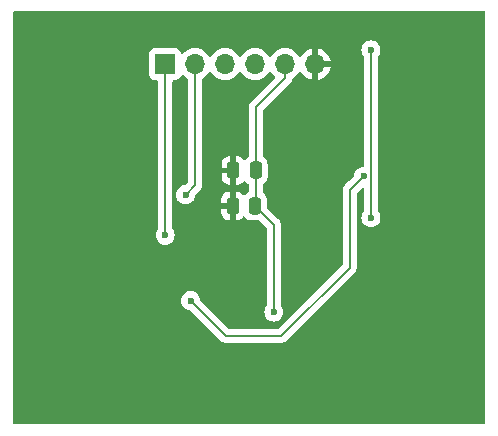
<source format=gbr>
%TF.GenerationSoftware,KiCad,Pcbnew,8.0.8*%
%TF.CreationDate,2025-02-07T12:49:18+01:00*%
%TF.ProjectId,PGE_GPS_PCB,5047455f-4750-4535-9f50-43422e6b6963,rev?*%
%TF.SameCoordinates,Original*%
%TF.FileFunction,Copper,L2,Bot*%
%TF.FilePolarity,Positive*%
%FSLAX46Y46*%
G04 Gerber Fmt 4.6, Leading zero omitted, Abs format (unit mm)*
G04 Created by KiCad (PCBNEW 8.0.8) date 2025-02-07 12:49:18*
%MOMM*%
%LPD*%
G01*
G04 APERTURE LIST*
G04 Aperture macros list*
%AMRoundRect*
0 Rectangle with rounded corners*
0 $1 Rounding radius*
0 $2 $3 $4 $5 $6 $7 $8 $9 X,Y pos of 4 corners*
0 Add a 4 corners polygon primitive as box body*
4,1,4,$2,$3,$4,$5,$6,$7,$8,$9,$2,$3,0*
0 Add four circle primitives for the rounded corners*
1,1,$1+$1,$2,$3*
1,1,$1+$1,$4,$5*
1,1,$1+$1,$6,$7*
1,1,$1+$1,$8,$9*
0 Add four rect primitives between the rounded corners*
20,1,$1+$1,$2,$3,$4,$5,0*
20,1,$1+$1,$4,$5,$6,$7,0*
20,1,$1+$1,$6,$7,$8,$9,0*
20,1,$1+$1,$8,$9,$2,$3,0*%
G04 Aperture macros list end*
%TA.AperFunction,ComponentPad*%
%ADD10R,1.700000X1.700000*%
%TD*%
%TA.AperFunction,ComponentPad*%
%ADD11O,1.700000X1.700000*%
%TD*%
%TA.AperFunction,SMDPad,CuDef*%
%ADD12RoundRect,0.250000X0.250000X0.475000X-0.250000X0.475000X-0.250000X-0.475000X0.250000X-0.475000X0*%
%TD*%
%TA.AperFunction,ViaPad*%
%ADD13C,0.600000*%
%TD*%
%TA.AperFunction,Conductor*%
%ADD14C,0.200000*%
%TD*%
G04 APERTURE END LIST*
D10*
%TO.P,J3,1,Pin_1*%
%TO.N,GPS_reset*%
X142380000Y-69000000D03*
D11*
%TO.P,J3,2,Pin_2*%
%TO.N,standby*%
X144920000Y-69000000D03*
%TO.P,J3,3,Pin_3*%
%TO.N,GPS_RX*%
X147460000Y-69000000D03*
%TO.P,J3,4,Pin_4*%
%TO.N,GPS_TX*%
X150000000Y-69000000D03*
%TO.P,J3,5,Pin_5*%
%TO.N,VDD_3.3V*%
X152540000Y-69000000D03*
%TO.P,J3,6,Pin_6*%
%TO.N,GND*%
X155080000Y-69000000D03*
%TD*%
D12*
%TO.P,C7,1*%
%TO.N,VDD_3.3V*%
X150000000Y-81000000D03*
%TO.P,C7,2*%
%TO.N,GND*%
X148100000Y-81000000D03*
%TD*%
%TO.P,C4,1*%
%TO.N,VDD_3.3V*%
X150050000Y-78000000D03*
%TO.P,C4,2*%
%TO.N,GND*%
X148150000Y-78000000D03*
%TD*%
D13*
%TO.N,VCC_RF*%
X144531100Y-89027700D03*
X159186200Y-78478400D03*
%TO.N,VDD_3.3V*%
X151582000Y-90000000D03*
%TO.N,RF_IN*%
X159800500Y-82000000D03*
X159800500Y-67786700D03*
%TO.N,standby*%
X144104365Y-80055636D03*
%TO.N,GPS_reset*%
X142380000Y-83490400D03*
%TD*%
D14*
%TO.N,VCC_RF*%
X159186200Y-78478400D02*
X158000000Y-79664600D01*
X147503400Y-92000000D02*
X144531100Y-89027700D01*
X158000000Y-79664600D02*
X158000000Y-86215800D01*
X152215800Y-92000000D02*
X147503400Y-92000000D01*
X158000000Y-86215800D02*
X152215800Y-92000000D01*
%TO.N,GND*%
X148100000Y-78050000D02*
X148150000Y-78000000D01*
X148100000Y-81000000D02*
X148100000Y-78050000D01*
%TO.N,VDD_3.3V*%
X151582000Y-82582000D02*
X150000000Y-81000000D01*
X151582000Y-90000000D02*
X151582000Y-82582000D01*
X150050000Y-80950000D02*
X150050000Y-78000000D01*
X150050000Y-78000000D02*
X150050000Y-72641700D01*
X152540000Y-69000000D02*
X152540000Y-70151700D01*
X150050000Y-72641700D02*
X152540000Y-70151700D01*
X150000000Y-81000000D02*
X150050000Y-80950000D01*
%TO.N,RF_IN*%
X159800500Y-82000000D02*
X159836200Y-81964300D01*
X159836200Y-81964300D02*
X159836200Y-67822400D01*
X159836200Y-67822400D02*
X159800500Y-67786700D01*
%TO.N,standby*%
X144104365Y-80055636D02*
X144920000Y-79240001D01*
X144920000Y-79240001D02*
X144920000Y-69000000D01*
%TO.N,GPS_reset*%
X142380000Y-69000000D02*
X142380000Y-83490400D01*
%TD*%
%TA.AperFunction,Conductor*%
%TO.N,GND*%
G36*
X169442539Y-64520185D02*
G01*
X169488294Y-64572989D01*
X169499500Y-64624500D01*
X169499500Y-99375500D01*
X169479815Y-99442539D01*
X169427011Y-99488294D01*
X169375500Y-99499500D01*
X129624500Y-99499500D01*
X129557461Y-99479815D01*
X129511706Y-99427011D01*
X129500500Y-99375500D01*
X129500500Y-89027696D01*
X143725535Y-89027696D01*
X143725535Y-89027703D01*
X143745730Y-89206949D01*
X143745731Y-89206954D01*
X143805311Y-89377223D01*
X143881034Y-89497734D01*
X143901284Y-89529962D01*
X144028838Y-89657516D01*
X144181578Y-89753489D01*
X144351845Y-89813068D01*
X144438769Y-89822861D01*
X144503180Y-89849926D01*
X144512565Y-89858400D01*
X147018539Y-92364374D01*
X147018549Y-92364385D01*
X147022879Y-92368715D01*
X147022880Y-92368716D01*
X147134684Y-92480520D01*
X147221495Y-92530639D01*
X147221497Y-92530641D01*
X147259551Y-92552611D01*
X147271615Y-92559577D01*
X147424343Y-92600501D01*
X147424346Y-92600501D01*
X147590053Y-92600501D01*
X147590069Y-92600500D01*
X152129131Y-92600500D01*
X152129147Y-92600501D01*
X152136743Y-92600501D01*
X152294854Y-92600501D01*
X152294857Y-92600501D01*
X152447585Y-92559577D01*
X152497704Y-92530639D01*
X152584516Y-92480520D01*
X152696320Y-92368716D01*
X152696320Y-92368714D01*
X152706528Y-92358507D01*
X152706530Y-92358504D01*
X158368713Y-86696321D01*
X158368716Y-86696320D01*
X158480520Y-86584516D01*
X158530639Y-86497704D01*
X158559577Y-86447585D01*
X158600500Y-86294857D01*
X158600500Y-86136743D01*
X158600500Y-79964696D01*
X158620185Y-79897657D01*
X158636815Y-79877019D01*
X159024019Y-79489814D01*
X159085342Y-79456330D01*
X159155034Y-79461314D01*
X159210967Y-79503186D01*
X159235384Y-79568650D01*
X159235700Y-79577496D01*
X159235700Y-81381360D01*
X159216015Y-81448399D01*
X159199381Y-81469041D01*
X159170684Y-81497737D01*
X159074711Y-81650476D01*
X159015131Y-81820745D01*
X159015130Y-81820750D01*
X158994935Y-81999996D01*
X158994935Y-82000003D01*
X159015130Y-82179249D01*
X159015131Y-82179254D01*
X159074711Y-82349523D01*
X159075145Y-82350213D01*
X159170684Y-82502262D01*
X159298238Y-82629816D01*
X159450978Y-82725789D01*
X159621245Y-82785368D01*
X159621250Y-82785369D01*
X159800496Y-82805565D01*
X159800500Y-82805565D01*
X159800504Y-82805565D01*
X159979749Y-82785369D01*
X159979752Y-82785368D01*
X159979755Y-82785368D01*
X160150022Y-82725789D01*
X160302762Y-82629816D01*
X160430316Y-82502262D01*
X160526289Y-82349522D01*
X160585868Y-82179255D01*
X160585869Y-82179249D01*
X160606065Y-82000003D01*
X160606065Y-81999996D01*
X160585869Y-81820750D01*
X160585868Y-81820745D01*
X160526288Y-81650476D01*
X160455706Y-81538145D01*
X160436700Y-81472173D01*
X160436700Y-68314525D01*
X160455707Y-68248552D01*
X160526288Y-68136224D01*
X160534789Y-68111930D01*
X160585868Y-67965955D01*
X160586326Y-67961891D01*
X160606065Y-67786703D01*
X160606065Y-67786696D01*
X160585869Y-67607450D01*
X160585868Y-67607445D01*
X160526288Y-67437176D01*
X160430315Y-67284437D01*
X160302762Y-67156884D01*
X160150023Y-67060911D01*
X159979754Y-67001331D01*
X159979749Y-67001330D01*
X159800504Y-66981135D01*
X159800496Y-66981135D01*
X159621250Y-67001330D01*
X159621245Y-67001331D01*
X159450976Y-67060911D01*
X159298237Y-67156884D01*
X159170684Y-67284437D01*
X159074711Y-67437176D01*
X159015131Y-67607445D01*
X159015130Y-67607450D01*
X158994935Y-67786696D01*
X158994935Y-67786703D01*
X159015130Y-67965949D01*
X159015131Y-67965954D01*
X159074711Y-68136223D01*
X159170684Y-68288962D01*
X159199381Y-68317659D01*
X159232866Y-68378982D01*
X159235700Y-68405340D01*
X159235700Y-77556444D01*
X159216015Y-77623483D01*
X159163211Y-77669238D01*
X159125584Y-77679664D01*
X159006949Y-77693030D01*
X159006945Y-77693031D01*
X158836676Y-77752611D01*
X158683937Y-77848584D01*
X158556384Y-77976137D01*
X158460410Y-78128878D01*
X158400830Y-78299150D01*
X158391037Y-78386068D01*
X158363970Y-78450482D01*
X158355498Y-78459865D01*
X157932968Y-78882396D01*
X157631286Y-79184078D01*
X157631284Y-79184080D01*
X157600859Y-79214505D01*
X157519481Y-79295882D01*
X157519480Y-79295884D01*
X157506101Y-79319058D01*
X157499873Y-79329846D01*
X157444462Y-79425820D01*
X157440423Y-79432815D01*
X157399499Y-79585543D01*
X157399499Y-79585545D01*
X157399499Y-79753646D01*
X157399500Y-79753659D01*
X157399500Y-85915703D01*
X157379815Y-85982742D01*
X157363181Y-86003384D01*
X152003384Y-91363181D01*
X151942061Y-91396666D01*
X151915703Y-91399500D01*
X147803497Y-91399500D01*
X147736458Y-91379815D01*
X147715816Y-91363181D01*
X145361800Y-89009165D01*
X145328315Y-88947842D01*
X145326263Y-88935386D01*
X145316468Y-88848445D01*
X145256889Y-88678178D01*
X145160916Y-88525438D01*
X145033362Y-88397884D01*
X144880623Y-88301911D01*
X144710354Y-88242331D01*
X144710349Y-88242330D01*
X144531104Y-88222135D01*
X144531096Y-88222135D01*
X144351850Y-88242330D01*
X144351845Y-88242331D01*
X144181576Y-88301911D01*
X144028837Y-88397884D01*
X143901284Y-88525437D01*
X143805311Y-88678176D01*
X143745731Y-88848445D01*
X143745730Y-88848450D01*
X143725535Y-89027696D01*
X129500500Y-89027696D01*
X129500500Y-68102135D01*
X141029500Y-68102135D01*
X141029500Y-69897870D01*
X141029501Y-69897876D01*
X141035908Y-69957483D01*
X141086202Y-70092328D01*
X141086206Y-70092335D01*
X141172452Y-70207544D01*
X141172455Y-70207547D01*
X141287664Y-70293793D01*
X141287671Y-70293797D01*
X141332618Y-70310561D01*
X141422517Y-70344091D01*
X141482127Y-70350500D01*
X141655500Y-70350499D01*
X141722539Y-70370183D01*
X141768294Y-70422987D01*
X141779500Y-70474499D01*
X141779500Y-82907987D01*
X141759815Y-82975026D01*
X141752450Y-82985296D01*
X141750186Y-82988134D01*
X141654211Y-83140876D01*
X141594631Y-83311145D01*
X141594630Y-83311150D01*
X141574435Y-83490396D01*
X141574435Y-83490403D01*
X141594630Y-83669649D01*
X141594631Y-83669654D01*
X141654211Y-83839923D01*
X141750184Y-83992662D01*
X141877738Y-84120216D01*
X142030478Y-84216189D01*
X142200745Y-84275768D01*
X142200750Y-84275769D01*
X142379996Y-84295965D01*
X142380000Y-84295965D01*
X142380004Y-84295965D01*
X142559249Y-84275769D01*
X142559252Y-84275768D01*
X142559255Y-84275768D01*
X142729522Y-84216189D01*
X142882262Y-84120216D01*
X143009816Y-83992662D01*
X143105789Y-83839922D01*
X143165368Y-83669655D01*
X143185565Y-83490400D01*
X143165368Y-83311145D01*
X143105789Y-83140878D01*
X143009816Y-82988138D01*
X143009814Y-82988136D01*
X143009813Y-82988134D01*
X143007550Y-82985296D01*
X143006659Y-82983115D01*
X143006111Y-82982242D01*
X143006264Y-82982145D01*
X142981144Y-82920609D01*
X142980500Y-82907987D01*
X142980500Y-81524986D01*
X147100001Y-81524986D01*
X147110494Y-81627697D01*
X147165641Y-81794119D01*
X147165643Y-81794124D01*
X147257684Y-81943345D01*
X147381654Y-82067315D01*
X147530875Y-82159356D01*
X147530880Y-82159358D01*
X147697302Y-82214505D01*
X147697309Y-82214506D01*
X147800019Y-82224999D01*
X147849999Y-82224998D01*
X147850000Y-82224998D01*
X147850000Y-81250000D01*
X147100001Y-81250000D01*
X147100001Y-81524986D01*
X142980500Y-81524986D01*
X142980500Y-70474499D01*
X143000185Y-70407460D01*
X143052989Y-70361705D01*
X143104500Y-70350499D01*
X143277871Y-70350499D01*
X143277872Y-70350499D01*
X143337483Y-70344091D01*
X143472331Y-70293796D01*
X143587546Y-70207546D01*
X143673796Y-70092331D01*
X143722810Y-69960916D01*
X143764681Y-69904984D01*
X143830145Y-69880566D01*
X143898418Y-69895417D01*
X143926673Y-69916569D01*
X144048599Y-70038495D01*
X144128218Y-70094245D01*
X144242165Y-70174032D01*
X144242167Y-70174033D01*
X144242170Y-70174035D01*
X144247898Y-70176706D01*
X144300339Y-70222872D01*
X144319500Y-70289090D01*
X144319500Y-78939903D01*
X144299815Y-79006942D01*
X144283181Y-79027584D01*
X144085830Y-79224934D01*
X144024507Y-79258419D01*
X144012033Y-79260473D01*
X143925115Y-79270266D01*
X143754843Y-79329846D01*
X143602102Y-79425820D01*
X143474549Y-79553373D01*
X143378576Y-79706112D01*
X143318996Y-79876381D01*
X143318995Y-79876386D01*
X143298800Y-80055632D01*
X143298800Y-80055639D01*
X143318995Y-80234885D01*
X143318996Y-80234890D01*
X143378576Y-80405159D01*
X143422459Y-80474998D01*
X143474549Y-80557898D01*
X143602103Y-80685452D01*
X143754843Y-80781425D01*
X143925110Y-80841004D01*
X143925115Y-80841005D01*
X144104361Y-80861201D01*
X144104365Y-80861201D01*
X144104369Y-80861201D01*
X144283614Y-80841005D01*
X144283617Y-80841004D01*
X144283620Y-80841004D01*
X144453887Y-80781425D01*
X144606627Y-80685452D01*
X144734181Y-80557898D01*
X144786261Y-80475013D01*
X147100000Y-80475013D01*
X147100000Y-80750000D01*
X147850000Y-80750000D01*
X147850000Y-79775000D01*
X147849999Y-79774999D01*
X147800029Y-79775000D01*
X147800011Y-79775001D01*
X147697302Y-79785494D01*
X147530880Y-79840641D01*
X147530875Y-79840643D01*
X147381654Y-79932684D01*
X147257684Y-80056654D01*
X147165643Y-80205875D01*
X147165641Y-80205880D01*
X147110494Y-80372302D01*
X147110493Y-80372309D01*
X147100000Y-80475013D01*
X144786261Y-80475013D01*
X144830154Y-80405158D01*
X144889733Y-80234891D01*
X144899526Y-80147965D01*
X144926591Y-80083554D01*
X144935055Y-80074179D01*
X145278506Y-79730729D01*
X145278511Y-79730725D01*
X145288714Y-79720521D01*
X145288716Y-79720521D01*
X145400520Y-79608717D01*
X145453846Y-79516353D01*
X145479577Y-79471786D01*
X145520500Y-79319058D01*
X145520500Y-79160944D01*
X145520500Y-78524986D01*
X147150001Y-78524986D01*
X147160494Y-78627697D01*
X147215641Y-78794119D01*
X147215643Y-78794124D01*
X147307684Y-78943345D01*
X147431654Y-79067315D01*
X147580875Y-79159356D01*
X147580880Y-79159358D01*
X147747302Y-79214505D01*
X147747309Y-79214506D01*
X147850019Y-79224999D01*
X147899999Y-79224998D01*
X147900000Y-79224998D01*
X147900000Y-78250000D01*
X147150001Y-78250000D01*
X147150001Y-78524986D01*
X145520500Y-78524986D01*
X145520500Y-77475013D01*
X147150000Y-77475013D01*
X147150000Y-77750000D01*
X147900000Y-77750000D01*
X147900000Y-76775000D01*
X147899999Y-76774999D01*
X147850029Y-76775000D01*
X147850011Y-76775001D01*
X147747302Y-76785494D01*
X147580880Y-76840641D01*
X147580875Y-76840643D01*
X147431654Y-76932684D01*
X147307684Y-77056654D01*
X147215643Y-77205875D01*
X147215641Y-77205880D01*
X147160494Y-77372302D01*
X147160493Y-77372309D01*
X147150000Y-77475013D01*
X145520500Y-77475013D01*
X145520500Y-70289090D01*
X145540185Y-70222051D01*
X145592101Y-70176706D01*
X145597830Y-70174035D01*
X145791401Y-70038495D01*
X145958495Y-69871401D01*
X146088425Y-69685842D01*
X146143002Y-69642217D01*
X146212500Y-69635023D01*
X146274855Y-69666546D01*
X146291575Y-69685842D01*
X146421281Y-69871082D01*
X146421505Y-69871401D01*
X146588599Y-70038495D01*
X146668218Y-70094245D01*
X146782165Y-70174032D01*
X146782167Y-70174033D01*
X146782170Y-70174035D01*
X146996337Y-70273903D01*
X147224592Y-70335063D01*
X147401034Y-70350500D01*
X147459999Y-70355659D01*
X147460000Y-70355659D01*
X147460001Y-70355659D01*
X147518966Y-70350500D01*
X147695408Y-70335063D01*
X147923663Y-70273903D01*
X148137830Y-70174035D01*
X148331401Y-70038495D01*
X148498495Y-69871401D01*
X148628425Y-69685842D01*
X148683002Y-69642217D01*
X148752500Y-69635023D01*
X148814855Y-69666546D01*
X148831575Y-69685842D01*
X148961281Y-69871082D01*
X148961505Y-69871401D01*
X149128599Y-70038495D01*
X149208218Y-70094245D01*
X149322165Y-70174032D01*
X149322167Y-70174033D01*
X149322170Y-70174035D01*
X149536337Y-70273903D01*
X149764592Y-70335063D01*
X149941034Y-70350500D01*
X149999999Y-70355659D01*
X150000000Y-70355659D01*
X150000001Y-70355659D01*
X150058966Y-70350500D01*
X150235408Y-70335063D01*
X150463663Y-70273903D01*
X150677830Y-70174035D01*
X150871401Y-70038495D01*
X151038495Y-69871401D01*
X151168425Y-69685842D01*
X151223002Y-69642217D01*
X151292500Y-69635023D01*
X151354855Y-69666546D01*
X151371575Y-69685842D01*
X151501501Y-69871396D01*
X151501506Y-69871402D01*
X151648602Y-70018498D01*
X151682087Y-70079821D01*
X151677103Y-70149513D01*
X151648602Y-70193860D01*
X149681286Y-72161178D01*
X149569481Y-72272982D01*
X149569479Y-72272985D01*
X149519361Y-72359794D01*
X149519359Y-72359796D01*
X149490425Y-72409909D01*
X149490424Y-72409910D01*
X149490423Y-72409915D01*
X149449499Y-72562643D01*
X149449499Y-72562645D01*
X149449499Y-72730746D01*
X149449500Y-72730759D01*
X149449500Y-76790201D01*
X149429815Y-76857240D01*
X149390598Y-76895739D01*
X149331344Y-76932287D01*
X149207288Y-77056343D01*
X149207283Y-77056349D01*
X149205241Y-77059661D01*
X149203247Y-77061453D01*
X149202807Y-77062011D01*
X149202711Y-77061935D01*
X149153291Y-77106383D01*
X149084328Y-77117602D01*
X149020247Y-77089755D01*
X148994168Y-77059656D01*
X148992319Y-77056659D01*
X148992316Y-77056655D01*
X148868345Y-76932684D01*
X148719124Y-76840643D01*
X148719119Y-76840641D01*
X148552697Y-76785494D01*
X148552690Y-76785493D01*
X148449986Y-76775000D01*
X148400000Y-76775000D01*
X148400000Y-79224999D01*
X148449972Y-79224999D01*
X148449986Y-79224998D01*
X148552697Y-79214505D01*
X148719119Y-79159358D01*
X148719124Y-79159356D01*
X148868345Y-79067315D01*
X148992318Y-78943342D01*
X148994165Y-78940348D01*
X148995969Y-78938724D01*
X148996798Y-78937677D01*
X148996976Y-78937818D01*
X149046110Y-78893621D01*
X149115073Y-78882396D01*
X149179156Y-78910236D01*
X149205243Y-78940341D01*
X149207288Y-78943656D01*
X149331344Y-79067712D01*
X149390596Y-79104258D01*
X149437321Y-79156204D01*
X149449500Y-79209797D01*
X149449500Y-79759362D01*
X149429815Y-79826401D01*
X149390598Y-79864899D01*
X149337490Y-79897657D01*
X149281342Y-79932289D01*
X149157288Y-80056343D01*
X149157283Y-80056349D01*
X149155241Y-80059661D01*
X149153247Y-80061453D01*
X149152807Y-80062011D01*
X149152711Y-80061935D01*
X149103291Y-80106383D01*
X149034328Y-80117602D01*
X148970247Y-80089755D01*
X148944168Y-80059656D01*
X148942319Y-80056659D01*
X148942316Y-80056655D01*
X148818345Y-79932684D01*
X148669124Y-79840643D01*
X148669119Y-79840641D01*
X148502697Y-79785494D01*
X148502690Y-79785493D01*
X148399986Y-79775000D01*
X148350000Y-79775000D01*
X148350000Y-82224999D01*
X148399972Y-82224999D01*
X148399986Y-82224998D01*
X148502697Y-82214505D01*
X148669119Y-82159358D01*
X148669124Y-82159356D01*
X148818345Y-82067315D01*
X148942318Y-81943342D01*
X148944165Y-81940348D01*
X148945969Y-81938724D01*
X148946798Y-81937677D01*
X148946976Y-81937818D01*
X148996110Y-81893621D01*
X149065073Y-81882396D01*
X149129156Y-81910236D01*
X149155243Y-81940341D01*
X149157288Y-81943656D01*
X149281344Y-82067712D01*
X149430666Y-82159814D01*
X149597203Y-82214999D01*
X149699991Y-82225500D01*
X150300008Y-82225499D01*
X150310576Y-82224419D01*
X150379268Y-82237187D01*
X150410861Y-82260096D01*
X150945181Y-82794416D01*
X150978666Y-82855739D01*
X150981500Y-82882097D01*
X150981500Y-89417587D01*
X150961815Y-89484626D01*
X150954450Y-89494896D01*
X150952186Y-89497734D01*
X150856211Y-89650476D01*
X150796631Y-89820745D01*
X150796630Y-89820750D01*
X150776435Y-89999996D01*
X150776435Y-90000003D01*
X150796630Y-90179249D01*
X150796631Y-90179254D01*
X150856211Y-90349523D01*
X150952184Y-90502262D01*
X151079738Y-90629816D01*
X151232478Y-90725789D01*
X151402745Y-90785368D01*
X151402750Y-90785369D01*
X151581996Y-90805565D01*
X151582000Y-90805565D01*
X151582004Y-90805565D01*
X151761249Y-90785369D01*
X151761252Y-90785368D01*
X151761255Y-90785368D01*
X151931522Y-90725789D01*
X152084262Y-90629816D01*
X152211816Y-90502262D01*
X152307789Y-90349522D01*
X152367368Y-90179255D01*
X152387565Y-90000000D01*
X152367606Y-89822860D01*
X152367369Y-89820750D01*
X152367368Y-89820745D01*
X152343834Y-89753489D01*
X152307789Y-89650478D01*
X152211816Y-89497738D01*
X152211814Y-89497736D01*
X152211813Y-89497734D01*
X152209550Y-89494896D01*
X152208659Y-89492715D01*
X152208111Y-89491842D01*
X152208264Y-89491745D01*
X152183144Y-89430209D01*
X152182500Y-89417587D01*
X152182500Y-82671059D01*
X152182501Y-82671046D01*
X152182501Y-82502945D01*
X152182501Y-82502943D01*
X152141577Y-82350215D01*
X152073201Y-82231785D01*
X152073200Y-82231782D01*
X152062522Y-82213286D01*
X152062518Y-82213281D01*
X151946397Y-82097160D01*
X151946374Y-82097139D01*
X151036818Y-81187583D01*
X151003333Y-81126260D01*
X151000499Y-81099902D01*
X151000499Y-80474998D01*
X151000498Y-80474981D01*
X150989999Y-80372203D01*
X150989998Y-80372200D01*
X150944498Y-80234891D01*
X150934814Y-80205666D01*
X150842712Y-80056344D01*
X150718656Y-79932288D01*
X150718655Y-79932287D01*
X150709402Y-79926580D01*
X150662678Y-79874632D01*
X150650500Y-79821042D01*
X150650500Y-79209797D01*
X150670185Y-79142758D01*
X150709403Y-79104258D01*
X150768656Y-79067712D01*
X150892712Y-78943656D01*
X150984814Y-78794334D01*
X151039999Y-78627797D01*
X151050500Y-78525009D01*
X151050499Y-77474992D01*
X151039999Y-77372203D01*
X150984814Y-77205666D01*
X150892712Y-77056344D01*
X150768656Y-76932288D01*
X150768655Y-76932287D01*
X150709402Y-76895739D01*
X150662678Y-76843791D01*
X150650500Y-76790201D01*
X150650500Y-72941797D01*
X150670185Y-72874758D01*
X150686819Y-72854116D01*
X151379757Y-72161178D01*
X153020520Y-70520416D01*
X153099577Y-70383484D01*
X153131863Y-70262993D01*
X153168228Y-70203335D01*
X153199233Y-70182707D01*
X153201188Y-70181794D01*
X153217830Y-70174035D01*
X153411401Y-70038495D01*
X153578495Y-69871401D01*
X153708730Y-69685405D01*
X153763307Y-69641781D01*
X153832805Y-69634587D01*
X153895160Y-69666110D01*
X153911879Y-69685405D01*
X154041890Y-69871078D01*
X154208917Y-70038105D01*
X154402421Y-70173600D01*
X154616507Y-70273429D01*
X154616516Y-70273433D01*
X154830000Y-70330634D01*
X154830000Y-69433012D01*
X154887007Y-69465925D01*
X155014174Y-69500000D01*
X155145826Y-69500000D01*
X155272993Y-69465925D01*
X155330000Y-69433012D01*
X155330000Y-70330633D01*
X155543483Y-70273433D01*
X155543492Y-70273429D01*
X155757578Y-70173600D01*
X155951082Y-70038105D01*
X156118105Y-69871082D01*
X156253600Y-69677578D01*
X156353429Y-69463492D01*
X156353432Y-69463486D01*
X156410636Y-69250000D01*
X155513012Y-69250000D01*
X155545925Y-69192993D01*
X155580000Y-69065826D01*
X155580000Y-68934174D01*
X155545925Y-68807007D01*
X155513012Y-68750000D01*
X156410636Y-68750000D01*
X156410635Y-68749999D01*
X156353432Y-68536513D01*
X156353429Y-68536507D01*
X156253600Y-68322422D01*
X156253599Y-68322420D01*
X156118113Y-68128926D01*
X156118108Y-68128920D01*
X155951082Y-67961894D01*
X155757578Y-67826399D01*
X155543492Y-67726570D01*
X155543486Y-67726567D01*
X155330000Y-67669364D01*
X155330000Y-68566988D01*
X155272993Y-68534075D01*
X155145826Y-68500000D01*
X155014174Y-68500000D01*
X154887007Y-68534075D01*
X154830000Y-68566988D01*
X154830000Y-67669364D01*
X154829999Y-67669364D01*
X154616513Y-67726567D01*
X154616507Y-67726570D01*
X154402422Y-67826399D01*
X154402420Y-67826400D01*
X154208926Y-67961886D01*
X154208920Y-67961891D01*
X154041891Y-68128920D01*
X154041890Y-68128922D01*
X153911880Y-68314595D01*
X153857303Y-68358219D01*
X153787804Y-68365412D01*
X153725450Y-68333890D01*
X153708730Y-68314594D01*
X153578494Y-68128597D01*
X153411402Y-67961506D01*
X153411395Y-67961501D01*
X153217834Y-67825967D01*
X153217830Y-67825965D01*
X153217828Y-67825964D01*
X153003663Y-67726097D01*
X153003659Y-67726096D01*
X153003655Y-67726094D01*
X152775413Y-67664938D01*
X152775403Y-67664936D01*
X152540001Y-67644341D01*
X152539999Y-67644341D01*
X152304596Y-67664936D01*
X152304586Y-67664938D01*
X152076344Y-67726094D01*
X152076335Y-67726098D01*
X151862171Y-67825964D01*
X151862169Y-67825965D01*
X151668597Y-67961505D01*
X151501505Y-68128597D01*
X151371575Y-68314158D01*
X151316998Y-68357783D01*
X151247500Y-68364977D01*
X151185145Y-68333454D01*
X151168425Y-68314158D01*
X151038494Y-68128597D01*
X150871402Y-67961506D01*
X150871395Y-67961501D01*
X150677834Y-67825967D01*
X150677830Y-67825965D01*
X150677828Y-67825964D01*
X150463663Y-67726097D01*
X150463659Y-67726096D01*
X150463655Y-67726094D01*
X150235413Y-67664938D01*
X150235403Y-67664936D01*
X150000001Y-67644341D01*
X149999999Y-67644341D01*
X149764596Y-67664936D01*
X149764586Y-67664938D01*
X149536344Y-67726094D01*
X149536335Y-67726098D01*
X149322171Y-67825964D01*
X149322169Y-67825965D01*
X149128597Y-67961505D01*
X148961505Y-68128597D01*
X148831575Y-68314158D01*
X148776998Y-68357783D01*
X148707500Y-68364977D01*
X148645145Y-68333454D01*
X148628425Y-68314158D01*
X148498494Y-68128597D01*
X148331402Y-67961506D01*
X148331395Y-67961501D01*
X148137834Y-67825967D01*
X148137830Y-67825965D01*
X148137828Y-67825964D01*
X147923663Y-67726097D01*
X147923659Y-67726096D01*
X147923655Y-67726094D01*
X147695413Y-67664938D01*
X147695403Y-67664936D01*
X147460001Y-67644341D01*
X147459999Y-67644341D01*
X147224596Y-67664936D01*
X147224586Y-67664938D01*
X146996344Y-67726094D01*
X146996335Y-67726098D01*
X146782171Y-67825964D01*
X146782169Y-67825965D01*
X146588597Y-67961505D01*
X146421505Y-68128597D01*
X146291575Y-68314158D01*
X146236998Y-68357783D01*
X146167500Y-68364977D01*
X146105145Y-68333454D01*
X146088425Y-68314158D01*
X145958494Y-68128597D01*
X145791402Y-67961506D01*
X145791395Y-67961501D01*
X145597834Y-67825967D01*
X145597830Y-67825965D01*
X145597828Y-67825964D01*
X145383663Y-67726097D01*
X145383659Y-67726096D01*
X145383655Y-67726094D01*
X145155413Y-67664938D01*
X145155403Y-67664936D01*
X144920001Y-67644341D01*
X144919999Y-67644341D01*
X144684596Y-67664936D01*
X144684586Y-67664938D01*
X144456344Y-67726094D01*
X144456335Y-67726098D01*
X144242171Y-67825964D01*
X144242169Y-67825965D01*
X144048600Y-67961503D01*
X143926673Y-68083430D01*
X143865350Y-68116914D01*
X143795658Y-68111930D01*
X143739725Y-68070058D01*
X143722810Y-68039081D01*
X143673797Y-67907671D01*
X143673793Y-67907664D01*
X143587547Y-67792455D01*
X143587544Y-67792452D01*
X143472335Y-67706206D01*
X143472328Y-67706202D01*
X143337482Y-67655908D01*
X143337483Y-67655908D01*
X143277883Y-67649501D01*
X143277881Y-67649500D01*
X143277873Y-67649500D01*
X143277864Y-67649500D01*
X141482129Y-67649500D01*
X141482123Y-67649501D01*
X141422516Y-67655908D01*
X141287671Y-67706202D01*
X141287664Y-67706206D01*
X141172455Y-67792452D01*
X141172452Y-67792455D01*
X141086206Y-67907664D01*
X141086202Y-67907671D01*
X141035908Y-68042517D01*
X141029501Y-68102116D01*
X141029500Y-68102135D01*
X129500500Y-68102135D01*
X129500500Y-64624500D01*
X129520185Y-64557461D01*
X129572989Y-64511706D01*
X129624500Y-64500500D01*
X169375500Y-64500500D01*
X169442539Y-64520185D01*
G37*
%TD.AperFunction*%
%TD*%
M02*

</source>
